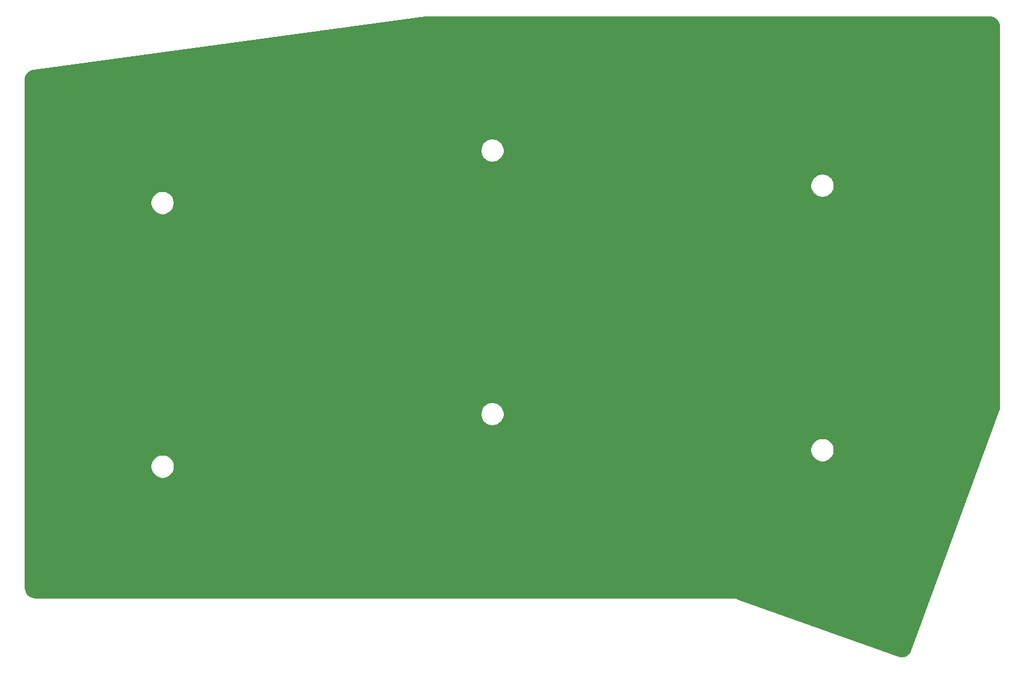
<source format=gbr>
%TF.GenerationSoftware,KiCad,Pcbnew,5.1.6-c6e7f7d~87~ubuntu20.04.1*%
%TF.CreationDate,2020-09-01T20:42:14-05:00*%
%TF.ProjectId,BottomPlate,426f7474-6f6d-4506-9c61-74652e6b6963,rev?*%
%TF.SameCoordinates,Original*%
%TF.FileFunction,Copper,L2,Bot*%
%TF.FilePolarity,Positive*%
%FSLAX46Y46*%
G04 Gerber Fmt 4.6, Leading zero omitted, Abs format (unit mm)*
G04 Created by KiCad (PCBNEW 5.1.6-c6e7f7d~87~ubuntu20.04.1) date 2020-09-01 20:42:14*
%MOMM*%
%LPD*%
G01*
G04 APERTURE LIST*
%TA.AperFunction,NonConductor*%
%ADD10C,0.254000*%
%TD*%
G04 APERTURE END LIST*
D10*
G36*
X181875875Y-42091234D02*
G01*
X182131622Y-42168448D01*
X182367504Y-42293869D01*
X182574530Y-42462716D01*
X182744813Y-42668554D01*
X182871879Y-42903556D01*
X182950876Y-43158756D01*
X182982000Y-43454882D01*
X182982001Y-98392711D01*
X182952086Y-98697812D01*
X182890784Y-98917369D01*
X170206164Y-133529793D01*
X170076397Y-133800638D01*
X169916369Y-134014553D01*
X169717840Y-134193309D01*
X169488367Y-134330103D01*
X169236695Y-134419720D01*
X168972411Y-134458746D01*
X168705582Y-134445695D01*
X168415579Y-134373389D01*
X145285522Y-126109118D01*
X145262828Y-126103444D01*
X144971172Y-126022012D01*
X144919044Y-126012821D01*
X144867254Y-126001812D01*
X144858089Y-126000849D01*
X144463405Y-125962150D01*
X144463402Y-125962150D01*
X144431419Y-125959000D01*
X43863092Y-125959000D01*
X43564937Y-125929766D01*
X43309189Y-125852551D01*
X43073309Y-125727131D01*
X42866288Y-125558289D01*
X42696000Y-125352446D01*
X42568934Y-125117444D01*
X42489936Y-124862240D01*
X42458808Y-124566066D01*
X42454992Y-106850117D01*
X60505000Y-106850117D01*
X60505000Y-107191883D01*
X60571675Y-107527081D01*
X60702463Y-107842831D01*
X60892337Y-108126998D01*
X61134002Y-108368663D01*
X61418169Y-108558537D01*
X61733919Y-108689325D01*
X62069117Y-108756000D01*
X62410883Y-108756000D01*
X62746081Y-108689325D01*
X63061831Y-108558537D01*
X63345998Y-108368663D01*
X63587663Y-108126998D01*
X63777537Y-107842831D01*
X63908325Y-107527081D01*
X63975000Y-107191883D01*
X63975000Y-106850117D01*
X63908325Y-106514919D01*
X63777537Y-106199169D01*
X63587663Y-105915002D01*
X63345998Y-105673337D01*
X63061831Y-105483463D01*
X62746081Y-105352675D01*
X62410883Y-105286000D01*
X62069117Y-105286000D01*
X61733919Y-105352675D01*
X61418169Y-105483463D01*
X61134002Y-105673337D01*
X60892337Y-105915002D01*
X60702463Y-106199169D01*
X60571675Y-106514919D01*
X60505000Y-106850117D01*
X42454992Y-106850117D01*
X42454482Y-104477117D01*
X155755000Y-104477117D01*
X155755000Y-104818883D01*
X155821675Y-105154081D01*
X155952463Y-105469831D01*
X156142337Y-105753998D01*
X156384002Y-105995663D01*
X156668169Y-106185537D01*
X156983919Y-106316325D01*
X157319117Y-106383000D01*
X157660883Y-106383000D01*
X157996081Y-106316325D01*
X158311831Y-106185537D01*
X158595998Y-105995663D01*
X158837663Y-105753998D01*
X159027537Y-105469831D01*
X159158325Y-105154081D01*
X159225000Y-104818883D01*
X159225000Y-104477117D01*
X159158325Y-104141919D01*
X159027537Y-103826169D01*
X158837663Y-103542002D01*
X158595998Y-103300337D01*
X158311831Y-103110463D01*
X157996081Y-102979675D01*
X157660883Y-102913000D01*
X157319117Y-102913000D01*
X156983919Y-102979675D01*
X156668169Y-103110463D01*
X156384002Y-103300337D01*
X156142337Y-103542002D01*
X155952463Y-103826169D01*
X155821675Y-104141919D01*
X155755000Y-104477117D01*
X42454482Y-104477117D01*
X42453360Y-99270117D01*
X108120000Y-99270117D01*
X108120000Y-99611883D01*
X108186675Y-99947081D01*
X108317463Y-100262831D01*
X108507337Y-100546998D01*
X108749002Y-100788663D01*
X109033169Y-100978537D01*
X109348919Y-101109325D01*
X109684117Y-101176000D01*
X110025883Y-101176000D01*
X110361081Y-101109325D01*
X110676831Y-100978537D01*
X110960998Y-100788663D01*
X111202663Y-100546998D01*
X111392537Y-100262831D01*
X111523325Y-99947081D01*
X111590000Y-99611883D01*
X111590000Y-99270117D01*
X111523325Y-98934919D01*
X111392537Y-98619169D01*
X111202663Y-98335002D01*
X110960998Y-98093337D01*
X110676831Y-97903463D01*
X110361081Y-97772675D01*
X110025883Y-97706000D01*
X109684117Y-97706000D01*
X109348919Y-97772675D01*
X109033169Y-97903463D01*
X108749002Y-98093337D01*
X108507337Y-98335002D01*
X108317463Y-98619169D01*
X108186675Y-98934919D01*
X108120000Y-99270117D01*
X42453360Y-99270117D01*
X42446785Y-68750117D01*
X60495000Y-68750117D01*
X60495000Y-69091883D01*
X60561675Y-69427081D01*
X60692463Y-69742831D01*
X60882337Y-70026998D01*
X61124002Y-70268663D01*
X61408169Y-70458537D01*
X61723919Y-70589325D01*
X62059117Y-70656000D01*
X62400883Y-70656000D01*
X62736081Y-70589325D01*
X63051831Y-70458537D01*
X63335998Y-70268663D01*
X63577663Y-70026998D01*
X63767537Y-69742831D01*
X63898325Y-69427081D01*
X63965000Y-69091883D01*
X63965000Y-68750117D01*
X63898325Y-68414919D01*
X63767537Y-68099169D01*
X63577663Y-67815002D01*
X63335998Y-67573337D01*
X63051831Y-67383463D01*
X62736081Y-67252675D01*
X62400883Y-67186000D01*
X62059117Y-67186000D01*
X61723919Y-67252675D01*
X61408169Y-67383463D01*
X61124002Y-67573337D01*
X60882337Y-67815002D01*
X60692463Y-68099169D01*
X60561675Y-68414919D01*
X60495000Y-68750117D01*
X42446785Y-68750117D01*
X42446247Y-66250117D01*
X155755000Y-66250117D01*
X155755000Y-66591883D01*
X155821675Y-66927081D01*
X155952463Y-67242831D01*
X156142337Y-67526998D01*
X156384002Y-67768663D01*
X156668169Y-67958537D01*
X156983919Y-68089325D01*
X157319117Y-68156000D01*
X157660883Y-68156000D01*
X157996081Y-68089325D01*
X158311831Y-67958537D01*
X158595998Y-67768663D01*
X158837663Y-67526998D01*
X159027537Y-67242831D01*
X159158325Y-66927081D01*
X159225000Y-66591883D01*
X159225000Y-66250117D01*
X159158325Y-65914919D01*
X159027537Y-65599169D01*
X158837663Y-65315002D01*
X158595998Y-65073337D01*
X158311831Y-64883463D01*
X157996081Y-64752675D01*
X157660883Y-64686000D01*
X157319117Y-64686000D01*
X156983919Y-64752675D01*
X156668169Y-64883463D01*
X156384002Y-65073337D01*
X156142337Y-65315002D01*
X155952463Y-65599169D01*
X155821675Y-65914919D01*
X155755000Y-66250117D01*
X42446247Y-66250117D01*
X42445153Y-61170117D01*
X108120000Y-61170117D01*
X108120000Y-61511883D01*
X108186675Y-61847081D01*
X108317463Y-62162831D01*
X108507337Y-62446998D01*
X108749002Y-62688663D01*
X109033169Y-62878537D01*
X109348919Y-63009325D01*
X109684117Y-63076000D01*
X110025883Y-63076000D01*
X110361081Y-63009325D01*
X110676831Y-62878537D01*
X110960998Y-62688663D01*
X111202663Y-62446998D01*
X111392537Y-62162831D01*
X111523325Y-61847081D01*
X111590000Y-61511883D01*
X111590000Y-61170117D01*
X111523325Y-60834919D01*
X111392537Y-60519169D01*
X111202663Y-60235002D01*
X110960998Y-59993337D01*
X110676831Y-59803463D01*
X110361081Y-59672675D01*
X110025883Y-59606000D01*
X109684117Y-59606000D01*
X109348919Y-59672675D01*
X109033169Y-59803463D01*
X108749002Y-59993337D01*
X108507337Y-60235002D01*
X108317463Y-60519169D01*
X108186675Y-60834919D01*
X108120000Y-61170117D01*
X42445153Y-61170117D01*
X42443007Y-51213207D01*
X42472535Y-50912056D01*
X42550643Y-50653351D01*
X42677510Y-50414747D01*
X42848307Y-50205330D01*
X43056529Y-50033074D01*
X43294243Y-49904543D01*
X43571017Y-49818867D01*
X43675187Y-49801691D01*
X100147535Y-42094649D01*
X100488523Y-42062000D01*
X181577721Y-42062000D01*
X181875875Y-42091234D01*
G37*
X181875875Y-42091234D02*
X182131622Y-42168448D01*
X182367504Y-42293869D01*
X182574530Y-42462716D01*
X182744813Y-42668554D01*
X182871879Y-42903556D01*
X182950876Y-43158756D01*
X182982000Y-43454882D01*
X182982001Y-98392711D01*
X182952086Y-98697812D01*
X182890784Y-98917369D01*
X170206164Y-133529793D01*
X170076397Y-133800638D01*
X169916369Y-134014553D01*
X169717840Y-134193309D01*
X169488367Y-134330103D01*
X169236695Y-134419720D01*
X168972411Y-134458746D01*
X168705582Y-134445695D01*
X168415579Y-134373389D01*
X145285522Y-126109118D01*
X145262828Y-126103444D01*
X144971172Y-126022012D01*
X144919044Y-126012821D01*
X144867254Y-126001812D01*
X144858089Y-126000849D01*
X144463405Y-125962150D01*
X144463402Y-125962150D01*
X144431419Y-125959000D01*
X43863092Y-125959000D01*
X43564937Y-125929766D01*
X43309189Y-125852551D01*
X43073309Y-125727131D01*
X42866288Y-125558289D01*
X42696000Y-125352446D01*
X42568934Y-125117444D01*
X42489936Y-124862240D01*
X42458808Y-124566066D01*
X42454992Y-106850117D01*
X60505000Y-106850117D01*
X60505000Y-107191883D01*
X60571675Y-107527081D01*
X60702463Y-107842831D01*
X60892337Y-108126998D01*
X61134002Y-108368663D01*
X61418169Y-108558537D01*
X61733919Y-108689325D01*
X62069117Y-108756000D01*
X62410883Y-108756000D01*
X62746081Y-108689325D01*
X63061831Y-108558537D01*
X63345998Y-108368663D01*
X63587663Y-108126998D01*
X63777537Y-107842831D01*
X63908325Y-107527081D01*
X63975000Y-107191883D01*
X63975000Y-106850117D01*
X63908325Y-106514919D01*
X63777537Y-106199169D01*
X63587663Y-105915002D01*
X63345998Y-105673337D01*
X63061831Y-105483463D01*
X62746081Y-105352675D01*
X62410883Y-105286000D01*
X62069117Y-105286000D01*
X61733919Y-105352675D01*
X61418169Y-105483463D01*
X61134002Y-105673337D01*
X60892337Y-105915002D01*
X60702463Y-106199169D01*
X60571675Y-106514919D01*
X60505000Y-106850117D01*
X42454992Y-106850117D01*
X42454482Y-104477117D01*
X155755000Y-104477117D01*
X155755000Y-104818883D01*
X155821675Y-105154081D01*
X155952463Y-105469831D01*
X156142337Y-105753998D01*
X156384002Y-105995663D01*
X156668169Y-106185537D01*
X156983919Y-106316325D01*
X157319117Y-106383000D01*
X157660883Y-106383000D01*
X157996081Y-106316325D01*
X158311831Y-106185537D01*
X158595998Y-105995663D01*
X158837663Y-105753998D01*
X159027537Y-105469831D01*
X159158325Y-105154081D01*
X159225000Y-104818883D01*
X159225000Y-104477117D01*
X159158325Y-104141919D01*
X159027537Y-103826169D01*
X158837663Y-103542002D01*
X158595998Y-103300337D01*
X158311831Y-103110463D01*
X157996081Y-102979675D01*
X157660883Y-102913000D01*
X157319117Y-102913000D01*
X156983919Y-102979675D01*
X156668169Y-103110463D01*
X156384002Y-103300337D01*
X156142337Y-103542002D01*
X155952463Y-103826169D01*
X155821675Y-104141919D01*
X155755000Y-104477117D01*
X42454482Y-104477117D01*
X42453360Y-99270117D01*
X108120000Y-99270117D01*
X108120000Y-99611883D01*
X108186675Y-99947081D01*
X108317463Y-100262831D01*
X108507337Y-100546998D01*
X108749002Y-100788663D01*
X109033169Y-100978537D01*
X109348919Y-101109325D01*
X109684117Y-101176000D01*
X110025883Y-101176000D01*
X110361081Y-101109325D01*
X110676831Y-100978537D01*
X110960998Y-100788663D01*
X111202663Y-100546998D01*
X111392537Y-100262831D01*
X111523325Y-99947081D01*
X111590000Y-99611883D01*
X111590000Y-99270117D01*
X111523325Y-98934919D01*
X111392537Y-98619169D01*
X111202663Y-98335002D01*
X110960998Y-98093337D01*
X110676831Y-97903463D01*
X110361081Y-97772675D01*
X110025883Y-97706000D01*
X109684117Y-97706000D01*
X109348919Y-97772675D01*
X109033169Y-97903463D01*
X108749002Y-98093337D01*
X108507337Y-98335002D01*
X108317463Y-98619169D01*
X108186675Y-98934919D01*
X108120000Y-99270117D01*
X42453360Y-99270117D01*
X42446785Y-68750117D01*
X60495000Y-68750117D01*
X60495000Y-69091883D01*
X60561675Y-69427081D01*
X60692463Y-69742831D01*
X60882337Y-70026998D01*
X61124002Y-70268663D01*
X61408169Y-70458537D01*
X61723919Y-70589325D01*
X62059117Y-70656000D01*
X62400883Y-70656000D01*
X62736081Y-70589325D01*
X63051831Y-70458537D01*
X63335998Y-70268663D01*
X63577663Y-70026998D01*
X63767537Y-69742831D01*
X63898325Y-69427081D01*
X63965000Y-69091883D01*
X63965000Y-68750117D01*
X63898325Y-68414919D01*
X63767537Y-68099169D01*
X63577663Y-67815002D01*
X63335998Y-67573337D01*
X63051831Y-67383463D01*
X62736081Y-67252675D01*
X62400883Y-67186000D01*
X62059117Y-67186000D01*
X61723919Y-67252675D01*
X61408169Y-67383463D01*
X61124002Y-67573337D01*
X60882337Y-67815002D01*
X60692463Y-68099169D01*
X60561675Y-68414919D01*
X60495000Y-68750117D01*
X42446785Y-68750117D01*
X42446247Y-66250117D01*
X155755000Y-66250117D01*
X155755000Y-66591883D01*
X155821675Y-66927081D01*
X155952463Y-67242831D01*
X156142337Y-67526998D01*
X156384002Y-67768663D01*
X156668169Y-67958537D01*
X156983919Y-68089325D01*
X157319117Y-68156000D01*
X157660883Y-68156000D01*
X157996081Y-68089325D01*
X158311831Y-67958537D01*
X158595998Y-67768663D01*
X158837663Y-67526998D01*
X159027537Y-67242831D01*
X159158325Y-66927081D01*
X159225000Y-66591883D01*
X159225000Y-66250117D01*
X159158325Y-65914919D01*
X159027537Y-65599169D01*
X158837663Y-65315002D01*
X158595998Y-65073337D01*
X158311831Y-64883463D01*
X157996081Y-64752675D01*
X157660883Y-64686000D01*
X157319117Y-64686000D01*
X156983919Y-64752675D01*
X156668169Y-64883463D01*
X156384002Y-65073337D01*
X156142337Y-65315002D01*
X155952463Y-65599169D01*
X155821675Y-65914919D01*
X155755000Y-66250117D01*
X42446247Y-66250117D01*
X42445153Y-61170117D01*
X108120000Y-61170117D01*
X108120000Y-61511883D01*
X108186675Y-61847081D01*
X108317463Y-62162831D01*
X108507337Y-62446998D01*
X108749002Y-62688663D01*
X109033169Y-62878537D01*
X109348919Y-63009325D01*
X109684117Y-63076000D01*
X110025883Y-63076000D01*
X110361081Y-63009325D01*
X110676831Y-62878537D01*
X110960998Y-62688663D01*
X111202663Y-62446998D01*
X111392537Y-62162831D01*
X111523325Y-61847081D01*
X111590000Y-61511883D01*
X111590000Y-61170117D01*
X111523325Y-60834919D01*
X111392537Y-60519169D01*
X111202663Y-60235002D01*
X110960998Y-59993337D01*
X110676831Y-59803463D01*
X110361081Y-59672675D01*
X110025883Y-59606000D01*
X109684117Y-59606000D01*
X109348919Y-59672675D01*
X109033169Y-59803463D01*
X108749002Y-59993337D01*
X108507337Y-60235002D01*
X108317463Y-60519169D01*
X108186675Y-60834919D01*
X108120000Y-61170117D01*
X42445153Y-61170117D01*
X42443007Y-51213207D01*
X42472535Y-50912056D01*
X42550643Y-50653351D01*
X42677510Y-50414747D01*
X42848307Y-50205330D01*
X43056529Y-50033074D01*
X43294243Y-49904543D01*
X43571017Y-49818867D01*
X43675187Y-49801691D01*
X100147535Y-42094649D01*
X100488523Y-42062000D01*
X181577721Y-42062000D01*
X181875875Y-42091234D01*
M02*

</source>
